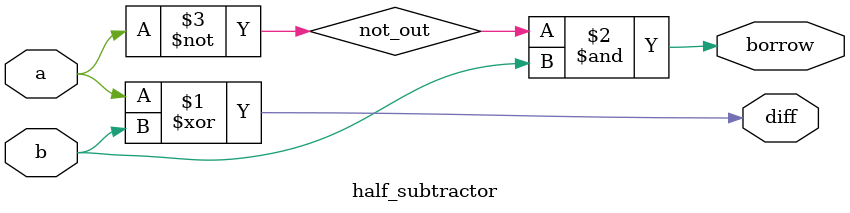
<source format=v>
`timescale 1ns / 1ps


module half_subtractor(input a,b,output diff,borrow
);
xor xor_1(diff,a,b);
not not_1(not_out,a);
and and_1(borrow,not_out,b);
endmodule

</source>
